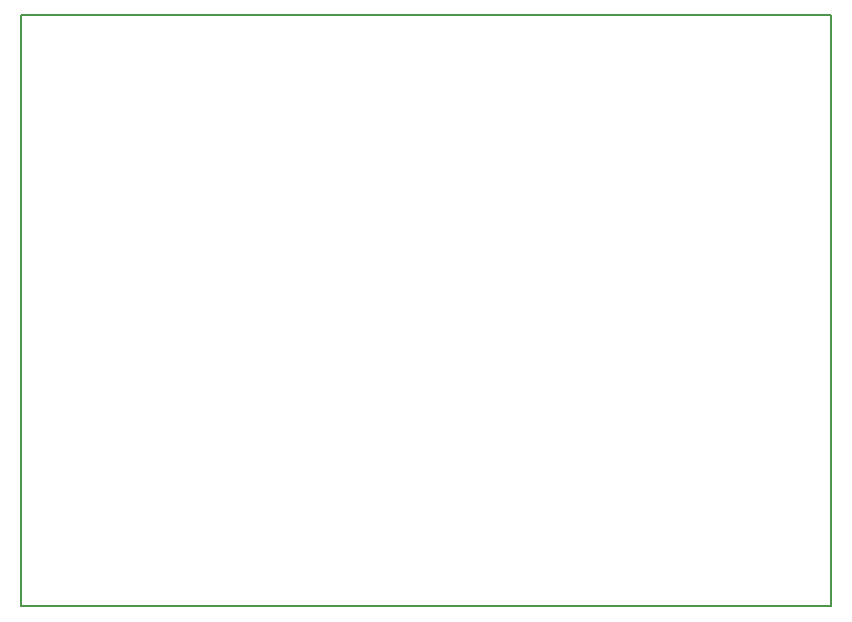
<source format=gm1>
G04 #@! TF.GenerationSoftware,KiCad,Pcbnew,(5.0.0-3-g5ebb6b6)*
G04 #@! TF.CreationDate,2019-04-25T20:00:05+02:00*
G04 #@! TF.ProjectId,metallic_beat,6D6574616C6C69635F626561742E6B69,rev?*
G04 #@! TF.SameCoordinates,Original*
G04 #@! TF.FileFunction,Profile,NP*
%FSLAX46Y46*%
G04 Gerber Fmt 4.6, Leading zero omitted, Abs format (unit mm)*
G04 Created by KiCad (PCBNEW (5.0.0-3-g5ebb6b6)) date Thursday 25 April 2019 20:00:05*
%MOMM*%
%LPD*%
G01*
G04 APERTURE LIST*
%ADD10C,0.150000*%
G04 APERTURE END LIST*
D10*
X109220000Y-111760000D02*
X109220000Y-61722000D01*
X177800000Y-111760000D02*
X109220000Y-111760000D01*
X177800000Y-61722000D02*
X177800000Y-111760000D01*
X109220000Y-61722000D02*
X177800000Y-61722000D01*
M02*

</source>
